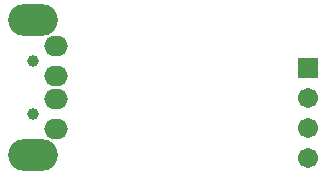
<source format=gbr>
G04*
G04 #@! TF.GenerationSoftware,Altium Limited,Altium Designer,24.2.2 (26)*
G04*
G04 Layer_Color=16711935*
%FSLAX44Y44*%
%MOMM*%
G71*
G04*
G04 #@! TF.SameCoordinates,FD859A0A-F5B6-4767-9988-903C0D25BE4A*
G04*
G04*
G04 #@! TF.FilePolarity,Negative*
G04*
G01*
G75*
%ADD26C,1.7032*%
%ADD27R,1.7032X1.7032*%
%ADD28C,1.0032*%
%ADD29O,4.2032X2.7032*%
%ADD30O,2.0032X1.7032*%
D26*
X260350Y111760D02*
D03*
Y86360D02*
D03*
Y60960D02*
D03*
D27*
Y137160D02*
D03*
D28*
X27000Y98150D02*
D03*
Y143150D02*
D03*
D29*
Y63650D02*
D03*
Y177650D02*
D03*
D30*
X47000Y85650D02*
D03*
Y110650D02*
D03*
Y130650D02*
D03*
Y155650D02*
D03*
M02*

</source>
